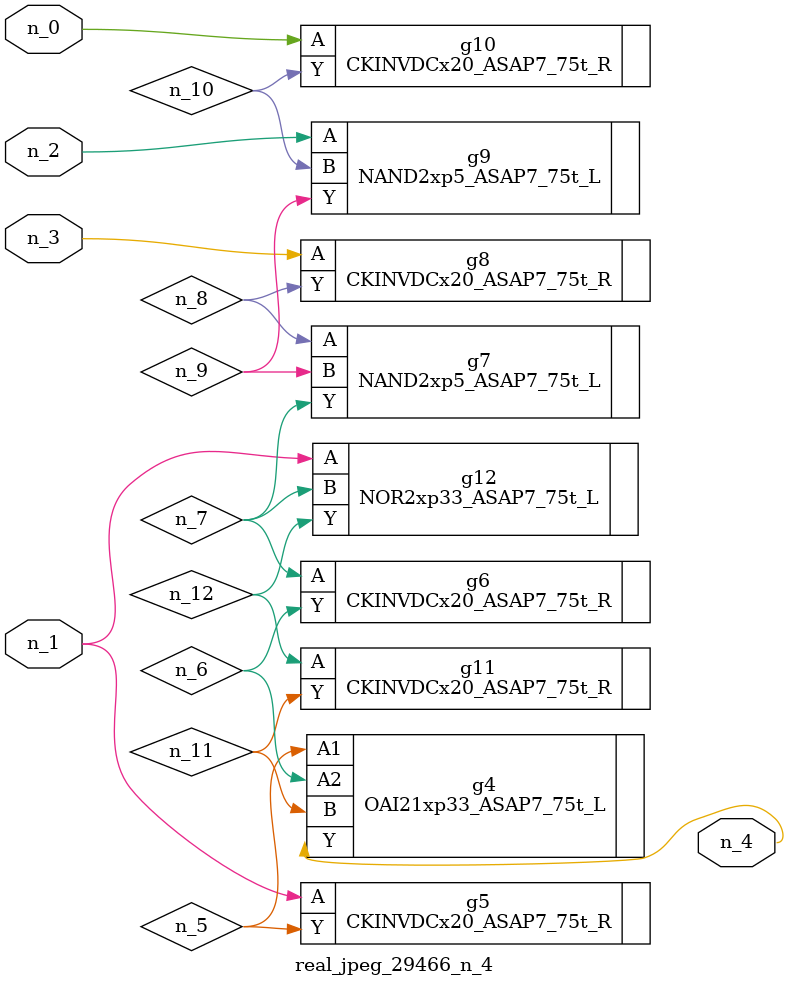
<source format=v>
module real_jpeg_29466_n_4 (n_3, n_1, n_0, n_2, n_4);

input n_3;
input n_1;
input n_0;
input n_2;

output n_4;

wire n_5;
wire n_8;
wire n_12;
wire n_11;
wire n_6;
wire n_7;
wire n_10;
wire n_9;

CKINVDCx20_ASAP7_75t_R g10 ( 
.A(n_0),
.Y(n_10)
);

CKINVDCx20_ASAP7_75t_R g5 ( 
.A(n_1),
.Y(n_5)
);

NOR2xp33_ASAP7_75t_L g12 ( 
.A(n_1),
.B(n_7),
.Y(n_12)
);

NAND2xp5_ASAP7_75t_L g9 ( 
.A(n_2),
.B(n_10),
.Y(n_9)
);

CKINVDCx20_ASAP7_75t_R g8 ( 
.A(n_3),
.Y(n_8)
);

OAI21xp33_ASAP7_75t_L g4 ( 
.A1(n_5),
.A2(n_6),
.B(n_11),
.Y(n_4)
);

CKINVDCx20_ASAP7_75t_R g6 ( 
.A(n_7),
.Y(n_6)
);

NAND2xp5_ASAP7_75t_L g7 ( 
.A(n_8),
.B(n_9),
.Y(n_7)
);

CKINVDCx20_ASAP7_75t_R g11 ( 
.A(n_12),
.Y(n_11)
);


endmodule
</source>
